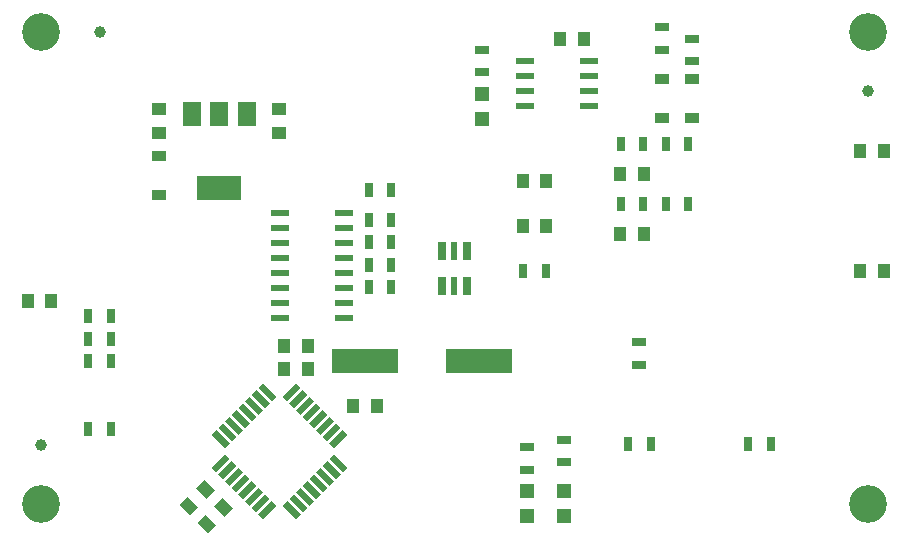
<source format=gtp>
G04 #@! TF.FileFunction,Paste,Top*
%FSLAX46Y46*%
G04 Gerber Fmt 4.6, Leading zero omitted, Abs format (unit mm)*
G04 Created by KiCad (PCBNEW 4.0.7) date Monday, 16 October 2017 'PMt' 16:52:05*
%MOMM*%
%LPD*%
G01*
G04 APERTURE LIST*
%ADD10C,0.100000*%
%ADD11C,3.200000*%
%ADD12C,1.000000*%
%ADD13R,0.800000X1.600000*%
%ADD14R,0.600000X1.600000*%
%ADD15R,1.550000X0.600000*%
%ADD16R,1.500000X0.600000*%
%ADD17R,5.600700X2.100580*%
%ADD18R,1.000000X1.250000*%
%ADD19R,1.250000X1.000000*%
%ADD20R,1.198880X1.198880*%
%ADD21R,1.300000X0.700000*%
%ADD22R,0.700000X1.300000*%
%ADD23R,3.800000X2.000000*%
%ADD24R,1.500000X2.000000*%
%ADD25R,1.200000X0.900000*%
G04 APERTURE END LIST*
D10*
D11*
X115000000Y-120000000D03*
X185000000Y-120000000D03*
X185000000Y-80000000D03*
D12*
X115000000Y-115000000D03*
X185000000Y-85000000D03*
D13*
X148950000Y-101500000D03*
X151050000Y-98500000D03*
X151050000Y-101500000D03*
X148950000Y-98500000D03*
D14*
X150000000Y-98500000D03*
X150000000Y-101500000D03*
D15*
X155980000Y-82465000D03*
X155980000Y-83735000D03*
X155980000Y-85005000D03*
X155980000Y-86275000D03*
X161380000Y-86275000D03*
X161380000Y-85005000D03*
X161380000Y-83735000D03*
X161380000Y-82465000D03*
D16*
X135265000Y-95320000D03*
X135265000Y-96590000D03*
X135265000Y-97860000D03*
X135265000Y-99130000D03*
X135265000Y-100400000D03*
X135265000Y-101670000D03*
X135265000Y-102940000D03*
X135265000Y-104210000D03*
X140665000Y-104210000D03*
X140665000Y-102940000D03*
X140665000Y-101670000D03*
X140665000Y-100400000D03*
X140665000Y-99130000D03*
X140665000Y-97860000D03*
X140665000Y-96590000D03*
X140665000Y-95320000D03*
D17*
X142401140Y-107865000D03*
X152098860Y-107865000D03*
D10*
G36*
X140541334Y-113699555D02*
X140930243Y-114088464D01*
X139798872Y-115219835D01*
X139409963Y-114830926D01*
X140541334Y-113699555D01*
X140541334Y-113699555D01*
G37*
G36*
X139975648Y-113133870D02*
X140364557Y-113522779D01*
X139233186Y-114654150D01*
X138844277Y-114265241D01*
X139975648Y-113133870D01*
X139975648Y-113133870D01*
G37*
G36*
X139409963Y-112568184D02*
X139798872Y-112957093D01*
X138667501Y-114088464D01*
X138278592Y-113699555D01*
X139409963Y-112568184D01*
X139409963Y-112568184D01*
G37*
G36*
X138844278Y-112002499D02*
X139233187Y-112391408D01*
X138101816Y-113522779D01*
X137712907Y-113133870D01*
X138844278Y-112002499D01*
X138844278Y-112002499D01*
G37*
G36*
X138278592Y-111436813D02*
X138667501Y-111825722D01*
X137536130Y-112957093D01*
X137147221Y-112568184D01*
X138278592Y-111436813D01*
X138278592Y-111436813D01*
G37*
G36*
X137712907Y-110871128D02*
X138101816Y-111260037D01*
X136970445Y-112391408D01*
X136581536Y-112002499D01*
X137712907Y-110871128D01*
X137712907Y-110871128D01*
G37*
G36*
X137147221Y-110305443D02*
X137536130Y-110694352D01*
X136404759Y-111825723D01*
X136015850Y-111436814D01*
X137147221Y-110305443D01*
X137147221Y-110305443D01*
G37*
G36*
X136581536Y-109739757D02*
X136970445Y-110128666D01*
X135839074Y-111260037D01*
X135450165Y-110871128D01*
X136581536Y-109739757D01*
X136581536Y-109739757D01*
G37*
G36*
X133399555Y-110128666D02*
X133788464Y-109739757D01*
X134919835Y-110871128D01*
X134530926Y-111260037D01*
X133399555Y-110128666D01*
X133399555Y-110128666D01*
G37*
G36*
X132833870Y-110694352D02*
X133222779Y-110305443D01*
X134354150Y-111436814D01*
X133965241Y-111825723D01*
X132833870Y-110694352D01*
X132833870Y-110694352D01*
G37*
G36*
X132268184Y-111260037D02*
X132657093Y-110871128D01*
X133788464Y-112002499D01*
X133399555Y-112391408D01*
X132268184Y-111260037D01*
X132268184Y-111260037D01*
G37*
G36*
X131702499Y-111825722D02*
X132091408Y-111436813D01*
X133222779Y-112568184D01*
X132833870Y-112957093D01*
X131702499Y-111825722D01*
X131702499Y-111825722D01*
G37*
G36*
X131136813Y-112391408D02*
X131525722Y-112002499D01*
X132657093Y-113133870D01*
X132268184Y-113522779D01*
X131136813Y-112391408D01*
X131136813Y-112391408D01*
G37*
G36*
X130571128Y-112957093D02*
X130960037Y-112568184D01*
X132091408Y-113699555D01*
X131702499Y-114088464D01*
X130571128Y-112957093D01*
X130571128Y-112957093D01*
G37*
G36*
X130005443Y-113522779D02*
X130394352Y-113133870D01*
X131525723Y-114265241D01*
X131136814Y-114654150D01*
X130005443Y-113522779D01*
X130005443Y-113522779D01*
G37*
G36*
X129439757Y-114088464D02*
X129828666Y-113699555D01*
X130960037Y-114830926D01*
X130571128Y-115219835D01*
X129439757Y-114088464D01*
X129439757Y-114088464D01*
G37*
G36*
X130571128Y-115750165D02*
X130960037Y-116139074D01*
X129828666Y-117270445D01*
X129439757Y-116881536D01*
X130571128Y-115750165D01*
X130571128Y-115750165D01*
G37*
G36*
X131136814Y-116315850D02*
X131525723Y-116704759D01*
X130394352Y-117836130D01*
X130005443Y-117447221D01*
X131136814Y-116315850D01*
X131136814Y-116315850D01*
G37*
G36*
X131702499Y-116881536D02*
X132091408Y-117270445D01*
X130960037Y-118401816D01*
X130571128Y-118012907D01*
X131702499Y-116881536D01*
X131702499Y-116881536D01*
G37*
G36*
X132268184Y-117447221D02*
X132657093Y-117836130D01*
X131525722Y-118967501D01*
X131136813Y-118578592D01*
X132268184Y-117447221D01*
X132268184Y-117447221D01*
G37*
G36*
X132833870Y-118012907D02*
X133222779Y-118401816D01*
X132091408Y-119533187D01*
X131702499Y-119144278D01*
X132833870Y-118012907D01*
X132833870Y-118012907D01*
G37*
G36*
X133399555Y-118578592D02*
X133788464Y-118967501D01*
X132657093Y-120098872D01*
X132268184Y-119709963D01*
X133399555Y-118578592D01*
X133399555Y-118578592D01*
G37*
G36*
X133965241Y-119144277D02*
X134354150Y-119533186D01*
X133222779Y-120664557D01*
X132833870Y-120275648D01*
X133965241Y-119144277D01*
X133965241Y-119144277D01*
G37*
G36*
X134530926Y-119709963D02*
X134919835Y-120098872D01*
X133788464Y-121230243D01*
X133399555Y-120841334D01*
X134530926Y-119709963D01*
X134530926Y-119709963D01*
G37*
G36*
X135450165Y-120098872D02*
X135839074Y-119709963D01*
X136970445Y-120841334D01*
X136581536Y-121230243D01*
X135450165Y-120098872D01*
X135450165Y-120098872D01*
G37*
G36*
X136015850Y-119533186D02*
X136404759Y-119144277D01*
X137536130Y-120275648D01*
X137147221Y-120664557D01*
X136015850Y-119533186D01*
X136015850Y-119533186D01*
G37*
G36*
X136581536Y-118967501D02*
X136970445Y-118578592D01*
X138101816Y-119709963D01*
X137712907Y-120098872D01*
X136581536Y-118967501D01*
X136581536Y-118967501D01*
G37*
G36*
X137147221Y-118401816D02*
X137536130Y-118012907D01*
X138667501Y-119144278D01*
X138278592Y-119533187D01*
X137147221Y-118401816D01*
X137147221Y-118401816D01*
G37*
G36*
X137712907Y-117836130D02*
X138101816Y-117447221D01*
X139233187Y-118578592D01*
X138844278Y-118967501D01*
X137712907Y-117836130D01*
X137712907Y-117836130D01*
G37*
G36*
X138278592Y-117270445D02*
X138667501Y-116881536D01*
X139798872Y-118012907D01*
X139409963Y-118401816D01*
X138278592Y-117270445D01*
X138278592Y-117270445D01*
G37*
G36*
X138844277Y-116704759D02*
X139233186Y-116315850D01*
X140364557Y-117447221D01*
X139975648Y-117836130D01*
X138844277Y-116704759D01*
X138844277Y-116704759D01*
G37*
G36*
X139409963Y-116139074D02*
X139798872Y-115750165D01*
X140930243Y-116881536D01*
X140541334Y-117270445D01*
X139409963Y-116139074D01*
X139409963Y-116139074D01*
G37*
D18*
X160950000Y-80560000D03*
X158950000Y-80560000D03*
X166030000Y-91990000D03*
X164030000Y-91990000D03*
X166030000Y-97070000D03*
X164030000Y-97070000D03*
X155775000Y-96435000D03*
X157775000Y-96435000D03*
X155775000Y-92625000D03*
X157775000Y-92625000D03*
D10*
G36*
X129105281Y-122448602D02*
X128221398Y-121564719D01*
X128928505Y-120857612D01*
X129812388Y-121741495D01*
X129105281Y-122448602D01*
X129105281Y-122448602D01*
G37*
G36*
X130519495Y-121034388D02*
X129635612Y-120150505D01*
X130342719Y-119443398D01*
X131226602Y-120327281D01*
X130519495Y-121034388D01*
X130519495Y-121034388D01*
G37*
D18*
X184350000Y-100245000D03*
X186350000Y-100245000D03*
X143440000Y-111675000D03*
X141440000Y-111675000D03*
D10*
G36*
X128818719Y-117919398D02*
X129702602Y-118803281D01*
X128995495Y-119510388D01*
X128111612Y-118626505D01*
X128818719Y-117919398D01*
X128818719Y-117919398D01*
G37*
G36*
X127404505Y-119333612D02*
X128288388Y-120217495D01*
X127581281Y-120924602D01*
X126697398Y-120040719D01*
X127404505Y-119333612D01*
X127404505Y-119333612D01*
G37*
D18*
X184350000Y-90085000D03*
X186350000Y-90085000D03*
X115865000Y-102785000D03*
X113865000Y-102785000D03*
X137582000Y-108500000D03*
X135582000Y-108500000D03*
X137582000Y-106595000D03*
X135582000Y-106595000D03*
D19*
X125025000Y-88545000D03*
X125025000Y-86545000D03*
X135185000Y-88545000D03*
X135185000Y-86545000D03*
D20*
X156140000Y-120979020D03*
X156140000Y-118880980D03*
X159315000Y-120979020D03*
X159315000Y-118880980D03*
D21*
X165665000Y-106280000D03*
X165665000Y-108180000D03*
D22*
X167890000Y-89450000D03*
X169790000Y-89450000D03*
X165980000Y-89450000D03*
X164080000Y-89450000D03*
X169790000Y-94530000D03*
X167890000Y-94530000D03*
X165980000Y-94530000D03*
X164080000Y-94530000D03*
X120895000Y-113580000D03*
X118995000Y-113580000D03*
X166615000Y-114850000D03*
X164715000Y-114850000D03*
X176775000Y-114850000D03*
X174875000Y-114850000D03*
X144630000Y-93415000D03*
X142730000Y-93415000D03*
X144630000Y-97790000D03*
X142730000Y-97790000D03*
X144630000Y-101600000D03*
X142730000Y-101600000D03*
X144630000Y-95885000D03*
X142730000Y-95885000D03*
D21*
X156140000Y-117070000D03*
X156140000Y-115170000D03*
X159315000Y-116435000D03*
X159315000Y-114535000D03*
D22*
X155825000Y-100245000D03*
X157725000Y-100245000D03*
X120895000Y-104055000D03*
X118995000Y-104055000D03*
X120895000Y-107865000D03*
X118995000Y-107865000D03*
X120895000Y-105960000D03*
X118995000Y-105960000D03*
D23*
X130105000Y-93235000D03*
D24*
X130105000Y-86935000D03*
X127805000Y-86935000D03*
X132405000Y-86935000D03*
D21*
X170110000Y-80565000D03*
X170110000Y-82465000D03*
X167570000Y-81510000D03*
X167570000Y-79610000D03*
D20*
X152330000Y-87324020D03*
X152330000Y-85225980D03*
D21*
X152330000Y-83415000D03*
X152330000Y-81515000D03*
D12*
X120000000Y-80000000D03*
D22*
X144630000Y-99695000D03*
X142730000Y-99695000D03*
D25*
X170110000Y-87290000D03*
X170110000Y-83990000D03*
X167570000Y-87290000D03*
X167570000Y-83990000D03*
X125025000Y-90495000D03*
X125025000Y-93795000D03*
D11*
X115000000Y-80000000D03*
M02*

</source>
